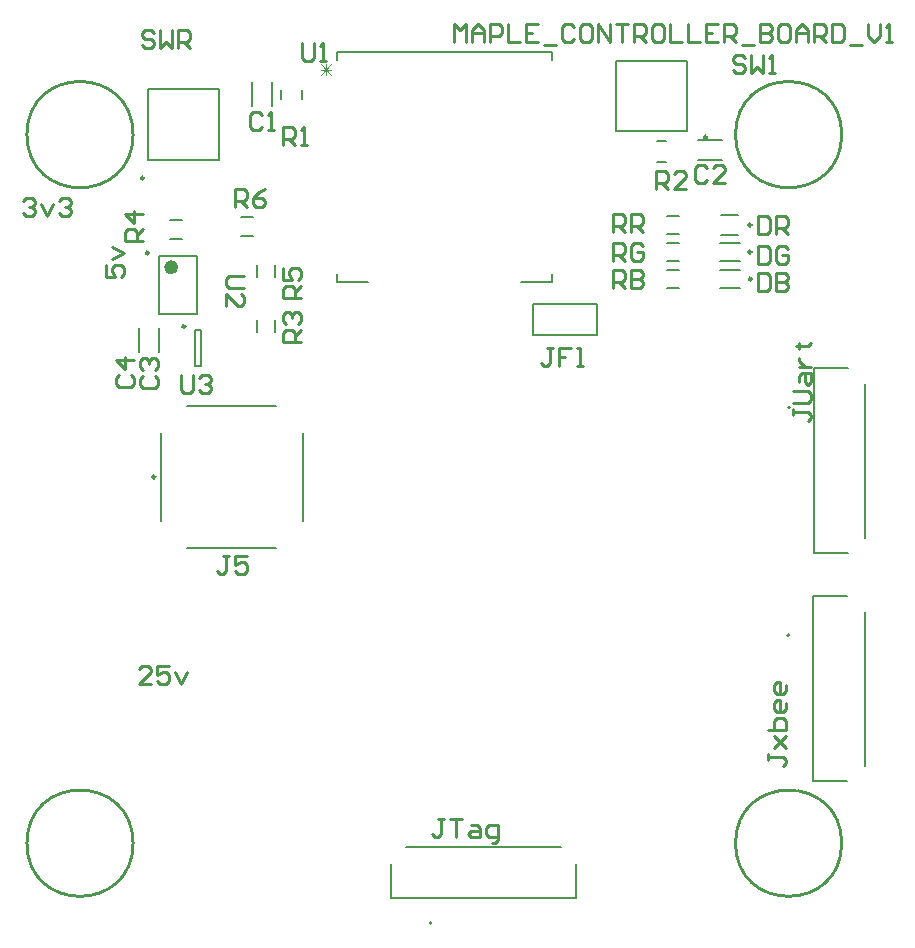
<source format=gbr>
%TF.GenerationSoftware,Altium Limited,Altium Designer,22.9.1 (49)*%
G04 Layer_Color=65535*
%FSLAX23Y23*%
%MOIN*%
%TF.SameCoordinates,7E49B892-F471-4493-957F-970E4ADD815D*%
%TF.FilePolarity,Positive*%
%TF.FileFunction,Legend,Top*%
%TF.Part,Single*%
G01*
G75*
%TA.AperFunction,NonConductor*%
%ADD42C,0.006*%
%ADD43C,0.010*%
%ADD56C,0.010*%
%ADD57C,0.008*%
%ADD58C,0.024*%
%ADD59C,0.005*%
%ADD60C,0.003*%
D42*
X2969Y4004D02*
Y4031D01*
X2865Y3265D02*
X2969D01*
X2250D02*
Y3292D01*
Y4004D02*
Y4031D01*
X2969D01*
Y3265D02*
Y3292D01*
X2250Y3265D02*
X2354D01*
D43*
X1571Y3756D02*
G03*
X1571Y3756I-177J0D01*
G01*
X3933Y1394D02*
G03*
X3933Y1394I-177J0D01*
G01*
Y3756D02*
G03*
X3933Y3756I-177J0D01*
G01*
X1571Y1394D02*
G03*
X1571Y1394I-177J0D01*
G01*
X3688Y1690D02*
Y1670D01*
Y1680D01*
X3738D01*
X3748Y1670D01*
Y1660D01*
X3738Y1650D01*
X3708Y1710D02*
X3748Y1750D01*
X3728Y1730D01*
X3708Y1750D01*
X3748Y1710D01*
X3688Y1770D02*
X3748D01*
Y1800D01*
X3738Y1810D01*
X3728D01*
X3718D01*
X3708Y1800D01*
Y1770D01*
X3748Y1860D02*
Y1840D01*
X3738Y1830D01*
X3718D01*
X3708Y1840D01*
Y1860D01*
X3718Y1870D01*
X3728D01*
Y1830D01*
X3748Y1920D02*
Y1900D01*
X3738Y1890D01*
X3718D01*
X3708Y1900D01*
Y1920D01*
X3718Y1930D01*
X3728D01*
Y1890D01*
X2640Y4065D02*
Y4125D01*
X2660Y4105D01*
X2680Y4125D01*
Y4065D01*
X2700D02*
Y4105D01*
X2720Y4125D01*
X2740Y4105D01*
Y4065D01*
Y4095D01*
X2700D01*
X2760Y4065D02*
Y4125D01*
X2790D01*
X2800Y4115D01*
Y4095D01*
X2790Y4085D01*
X2760D01*
X2820Y4125D02*
Y4065D01*
X2860D01*
X2920Y4125D02*
X2880D01*
Y4065D01*
X2920D01*
X2880Y4095D02*
X2900D01*
X2940Y4055D02*
X2980D01*
X3040Y4115D02*
X3030Y4125D01*
X3010D01*
X3000Y4115D01*
Y4075D01*
X3010Y4065D01*
X3030D01*
X3040Y4075D01*
X3090Y4125D02*
X3070D01*
X3060Y4115D01*
Y4075D01*
X3070Y4065D01*
X3090D01*
X3100Y4075D01*
Y4115D01*
X3090Y4125D01*
X3120Y4065D02*
Y4125D01*
X3160Y4065D01*
Y4125D01*
X3180D02*
X3220D01*
X3200D01*
Y4065D01*
X3240D02*
Y4125D01*
X3270D01*
X3280Y4115D01*
Y4095D01*
X3270Y4085D01*
X3240D01*
X3260D02*
X3280Y4065D01*
X3330Y4125D02*
X3310D01*
X3300Y4115D01*
Y4075D01*
X3310Y4065D01*
X3330D01*
X3340Y4075D01*
Y4115D01*
X3330Y4125D01*
X3360D02*
Y4065D01*
X3400D01*
X3420Y4125D02*
Y4065D01*
X3460D01*
X3520Y4125D02*
X3480D01*
Y4065D01*
X3520D01*
X3480Y4095D02*
X3500D01*
X3540Y4065D02*
Y4125D01*
X3570D01*
X3580Y4115D01*
Y4095D01*
X3570Y4085D01*
X3540D01*
X3560D02*
X3580Y4065D01*
X3600Y4055D02*
X3640D01*
X3660Y4125D02*
Y4065D01*
X3690D01*
X3700Y4075D01*
Y4085D01*
X3690Y4095D01*
X3660D01*
X3690D01*
X3700Y4105D01*
Y4115D01*
X3690Y4125D01*
X3660D01*
X3750D02*
X3730D01*
X3720Y4115D01*
Y4075D01*
X3730Y4065D01*
X3750D01*
X3760Y4075D01*
Y4115D01*
X3750Y4125D01*
X3780Y4065D02*
Y4105D01*
X3800Y4125D01*
X3820Y4105D01*
Y4065D01*
Y4095D01*
X3780D01*
X3840Y4065D02*
Y4125D01*
X3870D01*
X3880Y4115D01*
Y4095D01*
X3870Y4085D01*
X3840D01*
X3860D02*
X3880Y4065D01*
X3900Y4125D02*
Y4065D01*
X3930D01*
X3940Y4075D01*
Y4115D01*
X3930Y4125D01*
X3900D01*
X3960Y4055D02*
X4000D01*
X4020Y4125D02*
Y4085D01*
X4040Y4065D01*
X4060Y4085D01*
Y4125D01*
X4080Y4065D02*
X4100D01*
X4090D01*
Y4125D01*
X4080Y4115D01*
X1630Y1925D02*
X1590D01*
X1630Y1965D01*
Y1975D01*
X1620Y1985D01*
X1600D01*
X1590Y1975D01*
X1690Y1985D02*
X1650D01*
Y1955D01*
X1670Y1965D01*
X1680D01*
X1690Y1955D01*
Y1935D01*
X1680Y1925D01*
X1660D01*
X1650Y1935D01*
X1710Y1965D02*
X1730Y1925D01*
X1750Y1965D01*
X1480Y3320D02*
Y3280D01*
X1510D01*
X1500Y3300D01*
Y3310D01*
X1510Y3320D01*
X1530D01*
X1540Y3310D01*
Y3290D01*
X1530Y3280D01*
X1500Y3340D02*
X1540Y3360D01*
X1500Y3380D01*
X1205Y3535D02*
X1215Y3545D01*
X1235D01*
X1245Y3535D01*
Y3525D01*
X1235Y3515D01*
X1225D01*
X1235D01*
X1245Y3505D01*
Y3495D01*
X1235Y3485D01*
X1215D01*
X1205Y3495D01*
X1265Y3525D02*
X1285Y3485D01*
X1305Y3525D01*
X1325Y3535D02*
X1335Y3545D01*
X1355D01*
X1365Y3535D01*
Y3525D01*
X1355Y3515D01*
X1345D01*
X1355D01*
X1365Y3505D01*
Y3495D01*
X1355Y3485D01*
X1335D01*
X1325Y3495D01*
X1890Y2350D02*
X1870D01*
X1880D01*
Y2300D01*
X1870Y2290D01*
X1860D01*
X1850Y2300D01*
X1950Y2350D02*
X1910D01*
Y2320D01*
X1930Y2330D01*
X1940D01*
X1950Y2320D01*
Y2300D01*
X1940Y2290D01*
X1920D01*
X1910Y2300D01*
X1730Y2955D02*
Y2905D01*
X1740Y2895D01*
X1760D01*
X1770Y2905D01*
Y2955D01*
X1790Y2945D02*
X1800Y2955D01*
X1820D01*
X1830Y2945D01*
Y2935D01*
X1820Y2925D01*
X1810D01*
X1820D01*
X1830Y2915D01*
Y2905D01*
X1820Y2895D01*
X1800D01*
X1790Y2905D01*
X1940Y3285D02*
X1890D01*
X1880Y3275D01*
Y3255D01*
X1890Y3245D01*
X1940D01*
X1880Y3185D02*
Y3225D01*
X1920Y3185D01*
X1930D01*
X1940Y3195D01*
Y3215D01*
X1930Y3225D01*
X2134Y4060D02*
Y4010D01*
X2144Y4000D01*
X2164D01*
X2174Y4010D01*
Y4060D01*
X2194Y4000D02*
X2214D01*
X2204D01*
Y4060D01*
X2194Y4050D01*
X1642Y4095D02*
X1632Y4105D01*
X1612D01*
X1602Y4095D01*
Y4085D01*
X1612Y4075D01*
X1632D01*
X1642Y4065D01*
Y4055D01*
X1632Y4045D01*
X1612D01*
X1602Y4055D01*
X1662Y4105D02*
Y4045D01*
X1682Y4065D01*
X1702Y4045D01*
Y4105D01*
X1722Y4045D02*
Y4105D01*
X1752D01*
X1762Y4095D01*
Y4075D01*
X1752Y4065D01*
X1722D01*
X1742D02*
X1762Y4045D01*
X3610Y4010D02*
X3600Y4020D01*
X3580D01*
X3570Y4010D01*
Y4000D01*
X3580Y3990D01*
X3600D01*
X3610Y3980D01*
Y3970D01*
X3600Y3960D01*
X3580D01*
X3570Y3970D01*
X3630Y4020D02*
Y3960D01*
X3650Y3980D01*
X3670Y3960D01*
Y4020D01*
X3690Y3960D02*
X3710D01*
X3700D01*
Y4020D01*
X3690Y4010D01*
X3170Y3430D02*
Y3490D01*
X3200D01*
X3210Y3480D01*
Y3460D01*
X3200Y3450D01*
X3170D01*
X3190D02*
X3210Y3430D01*
X3230D02*
Y3490D01*
X3260D01*
X3270Y3480D01*
Y3460D01*
X3260Y3450D01*
X3230D01*
X3250D02*
X3270Y3430D01*
X3170Y3335D02*
Y3395D01*
X3200D01*
X3210Y3385D01*
Y3365D01*
X3200Y3355D01*
X3170D01*
X3190D02*
X3210Y3335D01*
X3270Y3385D02*
X3260Y3395D01*
X3240D01*
X3230Y3385D01*
Y3345D01*
X3240Y3335D01*
X3260D01*
X3270Y3345D01*
Y3365D01*
X3250D01*
X3170Y3245D02*
Y3305D01*
X3200D01*
X3210Y3295D01*
Y3275D01*
X3200Y3265D01*
X3170D01*
X3190D02*
X3210Y3245D01*
X3230Y3305D02*
Y3245D01*
X3260D01*
X3270Y3255D01*
Y3265D01*
X3260Y3275D01*
X3230D01*
X3260D01*
X3270Y3285D01*
Y3295D01*
X3260Y3305D01*
X3230D01*
X1910Y3515D02*
Y3575D01*
X1940D01*
X1950Y3565D01*
Y3545D01*
X1940Y3535D01*
X1910D01*
X1930D02*
X1950Y3515D01*
X2010Y3575D02*
X1990Y3565D01*
X1970Y3545D01*
Y3525D01*
X1980Y3515D01*
X2000D01*
X2010Y3525D01*
Y3535D01*
X2000Y3545D01*
X1970D01*
X2130Y3210D02*
X2070D01*
Y3240D01*
X2080Y3250D01*
X2100D01*
X2110Y3240D01*
Y3210D01*
Y3230D02*
X2130Y3250D01*
X2070Y3310D02*
Y3270D01*
X2100D01*
X2090Y3290D01*
Y3300D01*
X2100Y3310D01*
X2120D01*
X2130Y3300D01*
Y3280D01*
X2120Y3270D01*
X1605Y3400D02*
X1545D01*
Y3430D01*
X1555Y3440D01*
X1575D01*
X1585Y3430D01*
Y3400D01*
Y3420D02*
X1605Y3440D01*
Y3490D02*
X1545D01*
X1575Y3460D01*
Y3500D01*
X2130Y3065D02*
X2070D01*
Y3095D01*
X2080Y3105D01*
X2100D01*
X2110Y3095D01*
Y3065D01*
Y3085D02*
X2130Y3105D01*
X2080Y3125D02*
X2070Y3135D01*
Y3155D01*
X2080Y3165D01*
X2090D01*
X2100Y3155D01*
Y3145D01*
Y3155D01*
X2110Y3165D01*
X2120D01*
X2130Y3155D01*
Y3135D01*
X2120Y3125D01*
X3315Y3575D02*
Y3635D01*
X3345D01*
X3355Y3625D01*
Y3605D01*
X3345Y3595D01*
X3315D01*
X3335D02*
X3355Y3575D01*
X3415D02*
X3375D01*
X3415Y3615D01*
Y3625D01*
X3405Y3635D01*
X3385D01*
X3375Y3625D01*
X2070Y3720D02*
Y3780D01*
X2100D01*
X2110Y3770D01*
Y3750D01*
X2100Y3740D01*
X2070D01*
X2090D02*
X2110Y3720D01*
X2130D02*
X2150D01*
X2140D01*
Y3780D01*
X2130Y3770D01*
X3770Y2840D02*
Y2820D01*
Y2830D01*
X3820D01*
X3830Y2820D01*
Y2810D01*
X3820Y2800D01*
X3770Y2860D02*
X3820D01*
X3830Y2870D01*
Y2890D01*
X3820Y2900D01*
X3770D01*
X3790Y2930D02*
Y2950D01*
X3800Y2960D01*
X3830D01*
Y2930D01*
X3820Y2920D01*
X3810Y2930D01*
Y2960D01*
X3790Y2980D02*
X3830D01*
X3810D01*
X3800Y2990D01*
X3790Y3000D01*
Y3010D01*
X3780Y3050D02*
X3790D01*
Y3040D01*
Y3060D01*
Y3050D01*
X3820D01*
X3830Y3060D01*
X2608Y1475D02*
X2588D01*
X2598D01*
Y1425D01*
X2588Y1415D01*
X2578D01*
X2568Y1425D01*
X2628Y1475D02*
X2668D01*
X2648D01*
Y1415D01*
X2698Y1455D02*
X2718D01*
X2728Y1445D01*
Y1415D01*
X2698D01*
X2688Y1425D01*
X2698Y1435D01*
X2728D01*
X2768Y1395D02*
X2778D01*
X2788Y1405D01*
Y1455D01*
X2758D01*
X2748Y1445D01*
Y1425D01*
X2758Y1415D01*
X2788D01*
X2970Y3045D02*
X2950D01*
X2960D01*
Y2995D01*
X2950Y2985D01*
X2940D01*
X2930Y2995D01*
X3030Y3045D02*
X2990D01*
Y3015D01*
X3010D01*
X2990D01*
Y2985D01*
X3050D02*
X3070D01*
X3060D01*
Y3045D01*
X3050D01*
X3655Y3485D02*
Y3425D01*
X3685D01*
X3695Y3435D01*
Y3475D01*
X3685Y3485D01*
X3655D01*
X3715Y3425D02*
Y3485D01*
X3745D01*
X3755Y3475D01*
Y3455D01*
X3745Y3445D01*
X3715D01*
X3735D02*
X3755Y3425D01*
X3655Y3385D02*
Y3325D01*
X3685D01*
X3695Y3335D01*
Y3375D01*
X3685Y3385D01*
X3655D01*
X3755Y3375D02*
X3745Y3385D01*
X3725D01*
X3715Y3375D01*
Y3335D01*
X3725Y3325D01*
X3745D01*
X3755Y3335D01*
Y3355D01*
X3735D01*
X3655Y3295D02*
Y3235D01*
X3685D01*
X3695Y3245D01*
Y3285D01*
X3685Y3295D01*
X3655D01*
X3715D02*
Y3235D01*
X3745D01*
X3755Y3245D01*
Y3255D01*
X3745Y3265D01*
X3715D01*
X3745D01*
X3755Y3275D01*
Y3285D01*
X3745Y3295D01*
X3715D01*
X1525Y2955D02*
X1515Y2945D01*
Y2925D01*
X1525Y2915D01*
X1565D01*
X1575Y2925D01*
Y2945D01*
X1565Y2955D01*
X1575Y3005D02*
X1515D01*
X1545Y2975D01*
Y3015D01*
X1605Y2950D02*
X1595Y2940D01*
Y2920D01*
X1605Y2910D01*
X1645D01*
X1655Y2920D01*
Y2940D01*
X1645Y2950D01*
X1605Y2970D02*
X1595Y2980D01*
Y3000D01*
X1605Y3010D01*
X1615D01*
X1625Y3000D01*
Y2990D01*
Y3000D01*
X1635Y3010D01*
X1645D01*
X1655Y3000D01*
Y2980D01*
X1645Y2970D01*
X3485Y3645D02*
X3475Y3655D01*
X3455D01*
X3445Y3645D01*
Y3605D01*
X3455Y3595D01*
X3475D01*
X3485Y3605D01*
X3545Y3595D02*
X3505D01*
X3545Y3635D01*
Y3645D01*
X3535Y3655D01*
X3515D01*
X3505Y3645D01*
X2000Y3820D02*
X1990Y3830D01*
X1970D01*
X1960Y3820D01*
Y3780D01*
X1970Y3770D01*
X1990D01*
X2000Y3780D01*
X2020Y3770D02*
X2040D01*
X2030D01*
Y3830D01*
X2020Y3820D01*
D56*
X1645Y2615D02*
G03*
X1645Y2615I-5J0D01*
G01*
X3484Y3747D02*
G03*
X3484Y3747I-5J0D01*
G01*
X1745Y3117D02*
G03*
X1745Y3117I-5J0D01*
G01*
X1623Y3362D02*
G03*
X1623Y3362I-5J0D01*
G01*
X3632Y3455D02*
G03*
X3632Y3455I-5J0D01*
G01*
Y3365D02*
G03*
X3632Y3365I-5J0D01*
G01*
X3633Y3275D02*
G03*
X3633Y3275I-5J0D01*
G01*
X1607Y3611D02*
G03*
X1607Y3611I-5J0D01*
G01*
D57*
X3759Y2087D02*
G03*
X3759Y2087I-4J0D01*
G01*
X3761Y2846D02*
G03*
X3761Y2846I-4J0D01*
G01*
X2566Y1128D02*
G03*
X2566Y1128I-4J0D01*
G01*
X1664Y2467D02*
Y2763D01*
X1752Y2379D02*
X2048D01*
X2136Y2467D02*
Y2763D01*
X1752Y2851D02*
X2048D01*
X3182Y3767D02*
X3418D01*
X3182Y4003D02*
X3418D01*
X3182Y3767D02*
Y4003D01*
X3418Y3767D02*
Y4003D01*
X1930Y3419D02*
X1970D01*
X1930Y3481D02*
X1970D01*
X2135Y3874D02*
Y3904D01*
X2065Y3874D02*
Y3904D01*
X2045Y3281D02*
Y3321D01*
X1985Y3281D02*
Y3321D01*
Y3099D02*
Y3139D01*
X2045Y3099D02*
Y3139D01*
X1777Y3106D02*
X1797D01*
X1777Y2984D02*
X1797D01*
X1777D02*
Y3106D01*
X1797Y2984D02*
Y3106D01*
X1659Y3157D02*
X1785D01*
X1659Y3353D02*
X1785D01*
Y3157D02*
Y3353D01*
X1659Y3157D02*
Y3353D01*
X1695Y3409D02*
X1735D01*
X1695Y3471D02*
X1735D01*
X1658Y3030D02*
Y3110D01*
X1592Y3030D02*
Y3110D01*
X3316Y3665D02*
X3346D01*
X3316Y3735D02*
X3346D01*
X3455Y3672D02*
X3534D01*
X3455Y3738D02*
X3534D01*
X3116Y3087D02*
Y3193D01*
X2904D02*
X3116D01*
X2904Y3087D02*
Y3193D01*
Y3087D02*
X3116D01*
X3532Y3423D02*
X3588D01*
X3532Y3487D02*
X3588D01*
X3527Y3334D02*
X3593D01*
X3527Y3396D02*
X3593D01*
X3527Y3306D02*
X3594D01*
X3527Y3244D02*
X3594D01*
X3351Y3336D02*
X3391D01*
X3351Y3394D02*
X3391D01*
X3351Y3246D02*
X3391D01*
X3351Y3304D02*
X3391D01*
X3351Y3426D02*
X3391D01*
X3351Y3484D02*
X3391D01*
X1967Y3850D02*
Y3930D01*
X2033Y3850D02*
Y3930D01*
X1622Y3672D02*
X1858D01*
X1622Y3908D02*
X1858D01*
Y3672D02*
Y3908D01*
X1622Y3672D02*
Y3908D01*
D58*
X1710Y3314D02*
G03*
X1710Y3314I-12J0D01*
G01*
D59*
X3838Y1602D02*
X3951D01*
X3838D02*
Y2218D01*
X3951D01*
X4010Y1653D02*
Y2166D01*
X3840Y2361D02*
X3954D01*
X3840D02*
Y2977D01*
X3954D01*
X4012Y2412D02*
Y2926D01*
X2482Y1382D02*
X2996D01*
X2431Y1210D02*
Y1324D01*
Y1210D02*
X3047D01*
Y1324D01*
D60*
X2198Y3990D02*
X2231Y3956D01*
X2198D02*
X2231Y3990D01*
X2198Y3973D02*
X2231D01*
X2214Y3956D02*
Y3990D01*
%TF.MD5,75fc23f95e94739ea2665da6a5562afd*%
M02*

</source>
